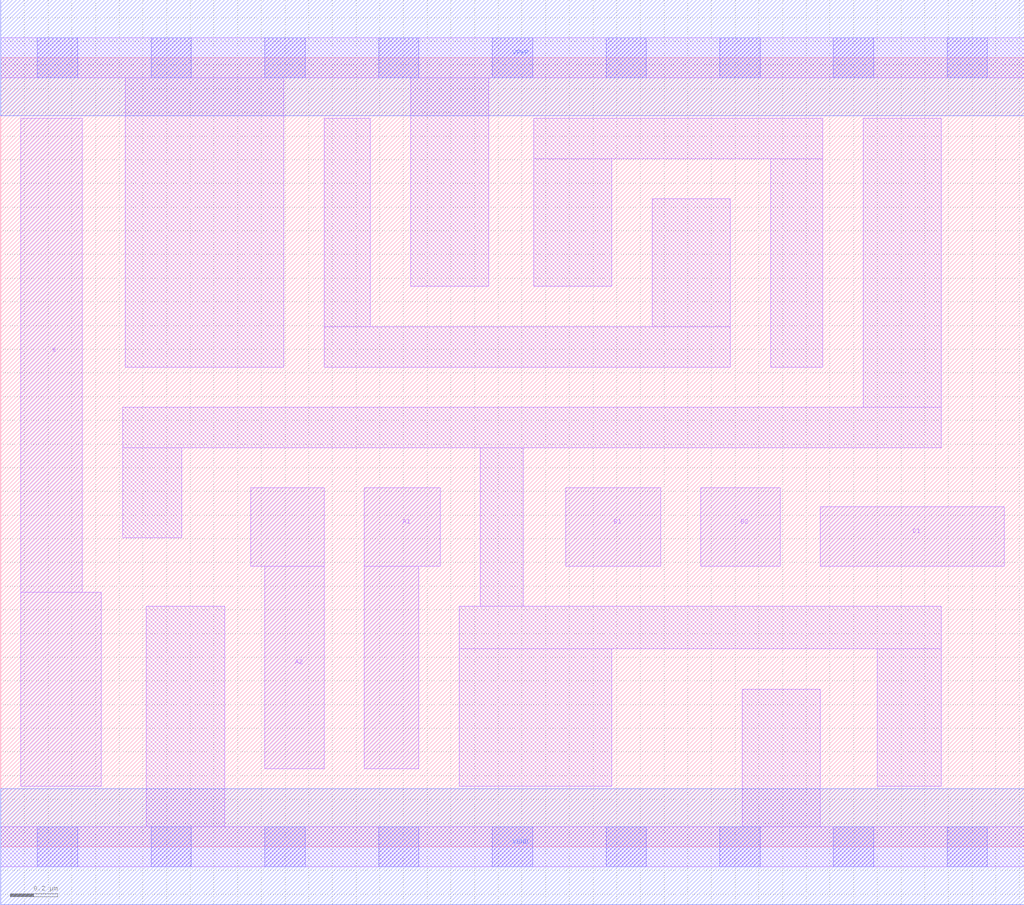
<source format=lef>
# Copyright 2020 The SkyWater PDK Authors
#
# Licensed under the Apache License, Version 2.0 (the "License");
# you may not use this file except in compliance with the License.
# You may obtain a copy of the License at
#
#     https://www.apache.org/licenses/LICENSE-2.0
#
# Unless required by applicable law or agreed to in writing, software
# distributed under the License is distributed on an "AS IS" BASIS,
# WITHOUT WARRANTIES OR CONDITIONS OF ANY KIND, either express or implied.
# See the License for the specific language governing permissions and
# limitations under the License.
#
# SPDX-License-Identifier: Apache-2.0

VERSION 5.7 ;
  NOWIREEXTENSIONATPIN ON ;
  DIVIDERCHAR "/" ;
  BUSBITCHARS "[]" ;
UNITS
  DATABASE MICRONS 200 ;
END UNITS
MACRO sky130_fd_sc_lp__a221o_1
  CLASS CORE ;
  FOREIGN sky130_fd_sc_lp__a221o_1 ;
  ORIGIN  0.000000  0.000000 ;
  SIZE  4.320000 BY  3.330000 ;
  SYMMETRY X Y R90 ;
  SITE unit ;
  PIN A1
    ANTENNAGATEAREA  0.315000 ;
    DIRECTION INPUT ;
    USE SIGNAL ;
    PORT
      LAYER li1 ;
        RECT 1.535000 0.330000 1.765000 1.185000 ;
        RECT 1.535000 1.185000 1.855000 1.515000 ;
    END
  END A1
  PIN A2
    ANTENNAGATEAREA  0.315000 ;
    DIRECTION INPUT ;
    USE SIGNAL ;
    PORT
      LAYER li1 ;
        RECT 1.055000 1.185000 1.365000 1.515000 ;
        RECT 1.115000 0.330000 1.365000 1.185000 ;
    END
  END A2
  PIN B1
    ANTENNAGATEAREA  0.315000 ;
    DIRECTION INPUT ;
    USE SIGNAL ;
    PORT
      LAYER li1 ;
        RECT 2.385000 1.185000 2.785000 1.515000 ;
    END
  END B1
  PIN B2
    ANTENNAGATEAREA  0.315000 ;
    DIRECTION INPUT ;
    USE SIGNAL ;
    PORT
      LAYER li1 ;
        RECT 2.955000 1.185000 3.290000 1.515000 ;
    END
  END B2
  PIN C1
    ANTENNAGATEAREA  0.315000 ;
    DIRECTION INPUT ;
    USE SIGNAL ;
    PORT
      LAYER li1 ;
        RECT 3.460000 1.185000 4.235000 1.435000 ;
    END
  END C1
  PIN X
    ANTENNADIFFAREA  0.556500 ;
    DIRECTION OUTPUT ;
    USE SIGNAL ;
    PORT
      LAYER li1 ;
        RECT 0.085000 0.255000 0.425000 1.075000 ;
        RECT 0.085000 1.075000 0.345000 3.075000 ;
    END
  END X
  PIN VGND
    DIRECTION INOUT ;
    USE GROUND ;
    PORT
      LAYER met1 ;
        RECT 0.000000 -0.245000 4.320000 0.245000 ;
    END
  END VGND
  PIN VPWR
    DIRECTION INOUT ;
    USE POWER ;
    PORT
      LAYER met1 ;
        RECT 0.000000 3.085000 4.320000 3.575000 ;
    END
  END VPWR
  OBS
    LAYER li1 ;
      RECT 0.000000 -0.085000 4.320000 0.085000 ;
      RECT 0.000000  3.245000 4.320000 3.415000 ;
      RECT 0.515000  1.305000 0.765000 1.685000 ;
      RECT 0.515000  1.685000 3.970000 1.855000 ;
      RECT 0.525000  2.025000 1.195000 3.245000 ;
      RECT 0.615000  0.085000 0.945000 1.015000 ;
      RECT 1.365000  2.025000 3.080000 2.195000 ;
      RECT 1.365000  2.195000 1.560000 3.075000 ;
      RECT 1.730000  2.365000 2.060000 3.245000 ;
      RECT 1.935000  0.255000 2.580000 0.835000 ;
      RECT 1.935000  0.835000 3.970000 1.015000 ;
      RECT 2.025000  1.015000 2.205000 1.685000 ;
      RECT 2.250000  2.365000 2.580000 2.905000 ;
      RECT 2.250000  2.905000 3.470000 3.075000 ;
      RECT 2.750000  2.195000 3.080000 2.735000 ;
      RECT 3.130000  0.085000 3.460000 0.665000 ;
      RECT 3.250000  2.025000 3.470000 2.905000 ;
      RECT 3.640000  1.855000 3.970000 3.075000 ;
      RECT 3.700000  0.255000 3.970000 0.835000 ;
    LAYER mcon ;
      RECT 0.155000 -0.085000 0.325000 0.085000 ;
      RECT 0.155000  3.245000 0.325000 3.415000 ;
      RECT 0.635000 -0.085000 0.805000 0.085000 ;
      RECT 0.635000  3.245000 0.805000 3.415000 ;
      RECT 1.115000 -0.085000 1.285000 0.085000 ;
      RECT 1.115000  3.245000 1.285000 3.415000 ;
      RECT 1.595000 -0.085000 1.765000 0.085000 ;
      RECT 1.595000  3.245000 1.765000 3.415000 ;
      RECT 2.075000 -0.085000 2.245000 0.085000 ;
      RECT 2.075000  3.245000 2.245000 3.415000 ;
      RECT 2.555000 -0.085000 2.725000 0.085000 ;
      RECT 2.555000  3.245000 2.725000 3.415000 ;
      RECT 3.035000 -0.085000 3.205000 0.085000 ;
      RECT 3.035000  3.245000 3.205000 3.415000 ;
      RECT 3.515000 -0.085000 3.685000 0.085000 ;
      RECT 3.515000  3.245000 3.685000 3.415000 ;
      RECT 3.995000 -0.085000 4.165000 0.085000 ;
      RECT 3.995000  3.245000 4.165000 3.415000 ;
  END
END sky130_fd_sc_lp__a221o_1
END LIBRARY

</source>
